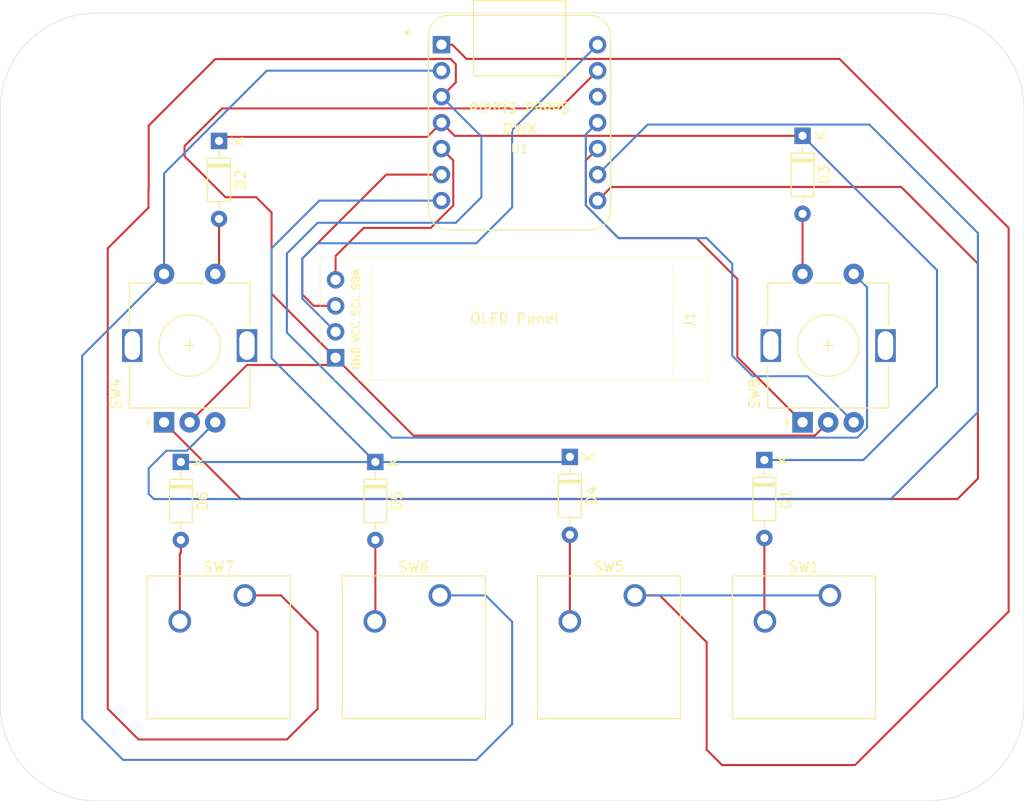
<source format=kicad_pcb>
(kicad_pcb (version 20240108) (generator "pcbnew") (generator_version "8.0")
  (layers (0 "F.Cu" signal) (31 "B.Cu" signal) (34 "B.Paste" user) (35 "F.Paste" user) (36 "B.SilkS" user "B.Silkscreen") (37 "F.SilkS" user "F.Silkscreen") (38 "B.Mask" user) (39 "F.Mask" user) (44 "Edge.Cuts" user))
  (net 0 "")
  (net 1 "ROW0")
  (net 2 "Net-(D1-A)")
  (net 3 "ROTSW2")
  (net 4 "ROTBS2")
  (net 5 "ROW1")
  (net 6 "Net-(D4-A)")
  (net 7 "Net-(D5-A)")
  (net 8 "Net-(D6-A)")
  (net 9 "GND")
  (net 10 "SDA")
  (net 11 "VCC")
  (net 12 "SCL")
  (net 13 "COL0")
  (net 14 "COL1")
  (net 15 "ROTSWA")
  (net 16 "ROTSWB")
  (net 17 "COL2")
  (net 18 "ROTA1")
  (net 19 "ROTB1")
  (footprint "Library:SW_Cherry_MX_1.00u_PCB" (layer "F.Cu") (at 181.04 129.92)
    (property "Reference" "SW1" (at -2.54 -2.794 0) (layer "F.SilkS"))
    (property "Value" "SW_Push_45deg")
    (fp_line (start -9.525 -1.905) (end 4.445 -1.905) (stroke (width 0.12)) (layer "F.SilkS"))
    (fp_line (start -9.525 12.065) (end -9.525 -1.905) (stroke (width 0.12)) (layer "F.SilkS"))
    (fp_line (start 4.445 -1.905) (end 4.445 12.065) (stroke (width 0.12)) (layer "F.SilkS"))
    (fp_line (start 4.445 12.065) (end -9.525 12.065) (stroke (width 0.12)) (layer "F.SilkS"))
    (pad "" np_thru_hole circle (at -7.62 5.08) (size 1.7 1.7) (drill 1.7) (layers "*.Cu" "*.Mask"))
    (pad "" np_thru_hole circle (at -2.54 5.08) (size 4 4) (drill 4) (layers "*.Cu" "*.Mask"))
    (pad "" np_thru_hole circle (at 2.54 5.08) (size 1.7 1.7) (drill 1.7) (layers "*.Cu" "*.Mask"))
    (pad "1" thru_hole circle (at 0 0) (size 2.2 2.2) (drill 1.5) (layers "*.Cu" "*.Mask") (net 13 "COL0"))
    (pad "2" thru_hole circle (at -6.35 2.54) (size 2.2 2.2) (drill 1.5) (layers "*.Cu" "*.Mask") (net 2 "Net-(D1-A)"))
  )
  (footprint "Library:SSD1306-0.91-OLED-4pin-128x32" (layer "F.Cu") (at 169.255 108.885 180)
    (property "Reference" "J1" (at 1.9 5.91 90) (layer "F.SilkS"))
    (property "Value" "Conn_01x04")
    (fp_line (start 38 12) (end 38 0) (stroke (width 0.04)) (layer "F.SilkS"))
    (fp_line (start 38 0) (end 0 0) (stroke (width 0.04)) (layer "F.SilkS"))
    (fp_line (start 33 0) (end 33 12) (stroke (width 0.04)) (layer "F.SilkS"))
    (fp_line (start 3.5 0) (end 3.5 12) (stroke (width 0.04)) (layer "F.SilkS"))
    (fp_line (start 0 11.999999) (end 38 12) (stroke (width 0.04)) (layer "F.SilkS"))
    (fp_line (start 0 0) (end 0 11.999999) (stroke (width 0.04)) (layer "F.SilkS"))
    (fp_text user "SCL" (at 34.5 7.27 90) (layer "F.SilkS") (effects (font (size 0.75 0.75))))
    (fp_text user "GND" (at 34.5 2.19 90) (layer "F.SilkS") (effects (font (size 0.75 0.75))))
    (fp_text user "VCC" (at 34.5 4.73 90) (layer "F.SilkS") (effects (font (size 0.75 0.75))))
    (fp_text user "SDA" (at 34.499999 9.81 90) (layer "F.SilkS") (effects (font (size 0.75 0.75))))
    (fp_text user "OLED Panel" (at 19 6 0) (layer "F.SilkS"))
    (pad "1" thru_hole rect (at 36.5 2.19 180) (size 1.7 1.7) (drill 1) (layers "*.Cu" "*.Mask") (net 9 "GND"))
    (pad "2" thru_hole oval (at 36.5 4.730001 180) (size 1.7 1.7) (drill 1) (layers "*.Cu" "*.Mask") (net 11 "VCC"))
    (pad "3" thru_hole oval (at 36.5 7.27 180) (size 1.7 1.7) (drill 1) (layers "*.Cu" "*.Mask") (net 12 "SCL"))
    (pad "4" thru_hole oval (at 36.5 9.81 180) (size 1.7 1.7) (drill 1) (layers "*.Cu" "*.Mask") (net 10 "SDA"))
  )
  (footprint "Library:RotaryEncoder_Alps_EC11E-Switch_Vertical_H20mm" (layer "F.Cu") (at 178.37 113 90)
    (property "Reference" "SW8" (at 2.8 -4.7 90) (layer "F.SilkS"))
    (property "Value" "RotaryEncoder_Switch")
    (fp_line (start 13.6 -3.4) (end 13.6 -1) (stroke (width 0.12)) (layer "F.SilkS"))
    (fp_line (start 9.5 -3.4) (end 13.6 -3.4) (stroke (width 0.12)) (layer "F.SilkS"))
    (fp_line (start 5.5 -3.4) (end 1.4 -3.4) (stroke (width 0.12)) (layer "F.SilkS"))
    (fp_line (start 1.4 -3.4) (end 1.4 8.4) (stroke (width 0.12)) (layer "F.SilkS"))
    (fp_line (start 0.3 -1.6) (end 0 -1.3) (stroke (width 0.12)) (layer "F.SilkS"))
    (fp_line (start -0.3 -1.6) (end 0.3 -1.6) (stroke (width 0.12)) (layer "F.SilkS"))
    (fp_line (start 0 -1.3) (end -0.3 -1.6) (stroke (width 0.12)) (layer "F.SilkS"))
    (fp_line (start 13.6 1.2) (end 13.6 3.8) (stroke (width 0.12)) (layer "F.SilkS"))
    (fp_line (start 7.5 2) (end 7.5 3) (stroke (width 0.12)) (layer "F.SilkS"))
    (fp_line (start 7 2.5) (end 8 2.5) (stroke (width 0.12)) (layer "F.SilkS"))
    (fp_line (start 13.6 6) (end 13.6 8.4) (stroke (width 0.12)) (layer "F.SilkS"))
    (fp_line (start 13.6 8.4) (end 9.5 8.4) (stroke (width 0.12)) (layer "F.SilkS"))
    (fp_line (start 5.5 8.4) (end 1.4 8.4) (stroke (width 0.12)) (layer "F.SilkS"))
    (fp_circle (center 7.5 2.5) (end 10.5 2.5) (stroke (width 0.12)) (fill none) (layer "F.SilkS"))
    (pad "A" thru_hole rect (at 0 0 90) (size 2 2) (drill 1) (layers "*.Cu" "*.Mask") (net 18 "ROTA1"))
    (pad "B" thru_hole circle (at 0 5 90) (size 2 2) (drill 1) (layers "*.Cu" "*.Mask") (net 19 "ROTB1"))
    (pad "C" thru_hole circle (at 0 2.5 90) (size 2 2) (drill 1) (layers "*.Cu" "*.Mask") (net 9 "GND"))
    (pad "MP" thru_hole rect (at 7.5 -3.1 90) (size 3.2 2) (drill oval 2.8 1.5) (layers "*.Cu" "*.Mask"))
    (pad "MP" thru_hole rect (at 7.5 8.1 90) (size 3.2 2) (drill oval 2.8 1.5) (layers "*.Cu" "*.Mask"))
    (pad "S1" thru_hole circle (at 14.5 5 90) (size 2 2) (drill 1) (layers "*.Cu" "*.Mask") (net 17 "COL2"))
    (pad "S2" thru_hole circle (at 14.5 0 90) (size 2 2) (drill 1) (layers "*.Cu" "*.Mask") (net 4 "ROTBS2"))
  )
  (footprint "Library:D_DO-35_SOD27_P7.62mm_Horizontal" (layer "F.Cu") (at 155.64 116.38 -90)
    (property "Reference" "D4" (at 3.81 -2.12 90) (layer "F.SilkS"))
    (property "Value" "D")
    (fp_line (start 1.69 1.12) (end 5.93 1.12) (stroke (width 0.12)) (layer "F.SilkS"))
    (fp_line (start 5.93 1.12) (end 5.93 -1.12) (stroke (width 0.12)) (layer "F.SilkS"))
    (fp_line (start 1.04 0) (end 1.69 0) (stroke (width 0.12)) (layer "F.SilkS"))
    (fp_line (start 6.58 0) (end 5.93 0) (stroke (width 0.12)) (layer "F.SilkS"))
    (fp_line (start 1.69 -1.12) (end 1.69 1.12) (stroke (width 0.12)) (layer "F.SilkS"))
    (fp_line (start 2.29 -1.12) (end 2.29 1.12) (stroke (width 0.12)) (layer "F.SilkS"))
    (fp_line (start 2.41 -1.12) (end 2.41 1.12) (stroke (width 0.12)) (layer "F.SilkS"))
    (fp_line (start 2.53 -1.12) (end 2.53 1.12) (stroke (width 0.12)) (layer "F.SilkS"))
    (fp_line (start 5.93 -1.12) (end 1.69 -1.12) (stroke (width 0.12)) (layer "F.SilkS"))
    (fp_text user "K" (at 0 -1.8 90) (layer "F.SilkS"))
    (pad "1" thru_hole rect (at 0 0 90) (size 1.6 1.6) (drill 0.8) (layers "*.Cu" "*.Mask") (net 5 "ROW1"))
    (pad "2" thru_hole oval (at 7.62 0 90) (size 1.6 1.6) (drill 0.8) (layers "*.Cu" "*.Mask") (net 6 "Net-(D4-A)"))
  )
  (footprint "Library:D_DO-35_SOD27_P7.62mm_Horizontal" (layer "F.Cu") (at 136.64 116.88 -90)
    (property "Reference" "D5" (at 3.81 -2.12 90) (layer "F.SilkS"))
    (property "Value" "D")
    (fp_line (start 1.69 1.12) (end 5.93 1.12) (stroke (width 0.12)) (layer "F.SilkS"))
    (fp_line (start 5.93 1.12) (end 5.93 -1.12) (stroke (width 0.12)) (layer "F.SilkS"))
    (fp_line (start 1.04 0) (end 1.69 0) (stroke (width 0.12)) (layer "F.SilkS"))
    (fp_line (start 6.58 0) (end 5.93 0) (stroke (width 0.12)) (layer "F.SilkS"))
    (fp_line (start 1.69 -1.12) (end 1.69 1.12) (stroke (width 0.12)) (layer "F.SilkS"))
    (fp_line (start 2.29 -1.12) (end 2.29 1.12) (stroke (width 0.12)) (layer "F.SilkS"))
    (fp_line (start 2.41 -1.12) (end 2.41 1.12) (stroke (width 0.12)) (layer "F.SilkS"))
    (fp_line (start 2.53 -1.12) (end 2.53 1.12) (stroke (width 0.12)) (layer "F.SilkS"))
    (fp_line (start 5.93 -1.12) (end 1.69 -1.12) (stroke (width 0.12)) (layer "F.SilkS"))
    (fp_text user "K" (at 0 -1.8 90) (layer "F.SilkS"))
    (pad "1" thru_hole rect (at 0 0 90) (size 1.6 1.6) (drill 0.8) (layers "*.Cu" "*.Mask") (net 5 "ROW1"))
    (pad "2" thru_hole oval (at 7.62 0 90) (size 1.6 1.6) (drill 0.8) (layers "*.Cu" "*.Mask") (net 7 "Net-(D5-A)"))
  )
  (footprint "Library:D_DO-35_SOD27_P7.62mm_Horizontal" (layer "F.Cu") (at 121.37 85.5 -90)
    (property "Reference" "D2" (at 3.81 -2.12 90) (layer "F.SilkS"))
    (property "Value" "D")
    (fp_line (start 1.69 1.12) (end 5.93 1.12) (stroke (width 0.12)) (layer "F.SilkS"))
    (fp_line (start 5.93 1.12) (end 5.93 -1.12) (stroke (width 0.12)) (layer "F.SilkS"))
    (fp_line (start 1.04 0) (end 1.69 0) (stroke (width 0.12)) (layer "F.SilkS"))
    (fp_line (start 6.58 0) (end 5.93 0) (stroke (width 0.12)) (layer "F.SilkS"))
    (fp_line (start 1.69 -1.12) (end 1.69 1.12) (stroke (width 0.12)) (layer "F.SilkS"))
    (fp_line (start 2.29 -1.12) (end 2.29 1.12) (stroke (width 0.12)) (layer "F.SilkS"))
    (fp_line (start 2.41 -1.12) (end 2.41 1.12) (stroke (width 0.12)) (layer "F.SilkS"))
    (fp_line (start 2.53 -1.12) (end 2.53 1.12) (stroke (width 0.12)) (layer "F.SilkS"))
    (fp_line (start 5.93 -1.12) (end 1.69 -1.12) (stroke (width 0.12)) (layer "F.SilkS"))
    (fp_text user "K" (at 0 -1.8 90) (layer "F.SilkS"))
    (pad "1" thru_hole rect (at 0 0 90) (size 1.6 1.6) (drill 0.8) (layers "*.Cu" "*.Mask") (net 1 "ROW0"))
    (pad "2" thru_hole oval (at 7.62 0 90) (size 1.6 1.6) (drill 0.8) (layers "*.Cu" "*.Mask") (net 3 "ROTSW2"))
  )
  (footprint "Library:XIAO-Generic-Thruhole-14P-2.54-21X17.8MM" (layer "F.Cu") (at 150.72475 83.712015)
    (property "Reference" "U1" (at 0 2.54 0) (layer "F.SilkS") (effects (font (size 0.889 0.889) (thickness 0.1016))))
    (property "Value" "Seeed Studio XIAO SAMD21" (hide yes))
    (fp_line (start -8.9 -8.5) (end -8.9 8.5) (stroke (width 0.127)) (layer "F.SilkS"))
    (fp_line (start -6.9 10.5) (end 6.9 10.5) (stroke (width 0.127)) (layer "F.SilkS"))
    (fp_line (start -4.5 -11.92403) (end 4.5 -11.92403) (stroke (width 0.127)) (layer "F.SilkS"))
    (fp_line (start -4.5 -4.57073) (end -4.5 -11.92403) (stroke (width 0.127)) (layer "F.SilkS"))
    (fp_line (start 4.5 -11.92403) (end 4.5 -4.57073) (stroke (width 0.127)) (layer "F.SilkS"))
    (fp_line (start 4.5 -4.57073) (end -4.5 -4.57073) (stroke (width 0.127)) (layer "F.SilkS"))
    (fp_line (start 6.9 -10.49909) (end -6.9 -10.49909) (stroke (width 0.127)) (layer "F.SilkS"))
    (fp_line (start 8.9 8.5) (end 8.9 -8.5) (stroke (width 0.127)) (layer "F.SilkS"))
    (fp_arc (start -8.9 -8.5) (mid -8.301491 -9.901491) (end -6.9 -10.5) (stroke (width 0.12)) (layer "F.SilkS"))
    (fp_arc (start -6.9 10.5) (mid -8.301423 9.901423) (end -8.9 8.5) (stroke (width 0.12)) (layer "F.SilkS"))
    (fp_arc (start 6.9 -10.5) (mid 8.301494 -9.901494) (end 8.9 -8.5) (stroke (width 0.12)) (layer "F.SilkS"))
    (fp_arc (start 8.9 8.5) (mid 8.314214 9.914214) (end 6.9 10.5) (stroke (width 0.12)) (layer "F.SilkS"))
    (fp_circle (center -11 -8.8) (end -11 -9.054) (fill solid) (layer "F.SilkS"))
    (fp_poly (pts (xy -8.887715 -8.561705) (xy -8.884667 -8.610473) (xy -8.880604 -8.659494)) (stroke (width 0.0254)) (fill none) (layer "F.SilkS"))
    (fp_poly (pts (xy 8.889492 8.521574) (xy 8.887713 8.57085) (xy 8.884665 8.619618) (xy 8.880601 8.668639) (xy 8.875268 8.717407) (xy 8.868664 8.766175) (xy 8.861044 8.81469) (xy 8.852152 8.86295) (xy 8.842248 8.910955)) (stroke (width 0.0254)) (fill none) (layer "F.SilkS"))
    (fp_text user "Seeed Studio" (at 0 -1.5 180) (layer "F.SilkS"))
    (fp_text user "XIAO" (at 0 0.499999 180) (layer "F.SilkS"))
    (pad "1" thru_hole rect (at -7.625 -7.62 180) (size 1.7 1.7) (drill 1) (layers "*.Cu" "*.Mask") (net 13 "COL0"))
    (pad "2" thru_hole circle (at -7.625 -5.08 180) (size 1.7 1.7) (drill 1) (layers "*.Cu" "*.Mask") (net 14 "COL1"))
    (pad "3" thru_hole circle (at -7.625 -2.54 180) (size 1.7 1.7) (drill 1) (layers "*.Cu" "*.Mask") (net 17 "COL2"))
    (pad "4" thru_hole circle (at -7.625 0 180) (size 1.7 1.7) (drill 1) (layers "*.Cu" "*.Mask") (net 1 "ROW0"))
    (pad "5" thru_hole circle (at -7.625 2.54 180) (size 1.7 1.7) (drill 1) (layers "*.Cu" "*.Mask") (net 10 "SDA"))
    (pad "6" thru_hole circle (at -7.625 5.08) (size 1.7 1.7) (drill 1) (layers "*.Cu" "*.Mask") (net 12 "SCL"))
    (pad "7" thru_hole circle (at -7.625 7.62 180) (size 1.7 1.7) (drill 1) (layers "*.Cu" "*.Mask") (net 5 "ROW1"))
    (pad "8" thru_hole circle (at 7.625 7.62 180) (size 1.7 1.7) (drill 1) (layers "*.Cu" "*.Mask") (net 16 "ROTSWB"))
    (pad "9" thru_hole circle (at 7.625 5.08 180) (size 1.7 1.7) (drill 1) (layers "*.Cu" "*.Mask") (net 15 "ROTSWA"))
    (pad "10" thru_hole circle (at 7.625 2.54 180) (size 1.7 1.7) (drill 1) (layers "*.Cu" "*.Mask") (net 18 "ROTA1"))
    (pad "11" thru_hole circle (at 7.625 0 180) (size 1.7 1.7) (drill 1) (layers "*.Cu" "*.Mask") (net 19 "ROTB1"))
    (pad "12" thru_hole circle (at 7.625 -2.54 180) (size 1.7 1.7) (drill 1) (layers "*.Cu" "*.Mask"))
    (pad "13" thru_hole circle (at 7.625 -5.08 180) (size 1.7 1.7) (drill 1) (layers "*.Cu" "*.Mask") (net 9 "GND"))
    (pad "14" thru_hole circle (at 7.625 -7.62 180) (size 1.7 1.7) (drill 1) (layers "*.Cu" "*.Mask") (net 11 "VCC"))
  )
  (footprint "Library:SW_Cherry_MX_1.00u_PCB" (layer "F.Cu") (at 161.99 129.92)
    (property "Reference" "SW5" (at -2.54 -2.794 0) (layer "F.SilkS"))
    (property "Value" "SW_Push_45deg")
    (fp_line (start -9.525 -1.905) (end 4.445 -1.905) (stroke (width 0.12)) (layer "F.SilkS"))
    (fp_line (start -9.525 12.065) (end -9.525 -1.905) (stroke (width 0.12)) (layer "F.SilkS"))
    (fp_line (start 4.445 -1.905) (end 4.445 12.065) (stroke (width 0.12)) (layer "F.SilkS"))
    (fp_line (start 4.445 12.065) (end -9.525 12.065) (stroke (width 0.12)) (layer "F.SilkS"))
    (pad "" np_thru_hole circle (at -7.62 5.08) (size 1.7 1.7) (drill 1.7) (layers "*.Cu" "*.Mask"))
    (pad "" np_thru_hole circle (at -2.54 5.08) (size 4 4) (drill 4) (layers "*.Cu" "*.Mask"))
    (pad "" np_thru_hole circle (at 2.54 5.08) (size 1.7 1.7) (drill 1.7) (layers "*.Cu" "*.Mask"))
    (pad "1" thru_hole circle (at 0 0) (size 2.2 2.2) (drill 1.5) (layers "*.Cu" "*.Mask") (net 13 "COL0"))
    (pad "2" thru_hole circle (at -6.35 2.54) (size 2.2 2.2) (drill 1.5) (layers "*.Cu" "*.Mask") (net 6 "Net-(D4-A)"))
  )
  (footprint "Library:D_DO-35_SOD27_P7.62mm_Horizontal" (layer "F.Cu") (at 178.37 85 -90)
    (property "Reference" "D3" (at 3.81 -2.12 90) (layer "F.SilkS"))
    (property "Value" "D")
    (fp_line (start 1.69 1.12) (end 5.93 1.12) (stroke (width 0.12)) (layer "F.SilkS"))
    (fp_line (start 5.93 1.12) (end 5.93 -1.12) (stroke (width 0.12)) (layer "F.SilkS"))
    (fp_line (start 1.04 0) (end 1.69 0) (stroke (width 0.12)) (layer "F.SilkS"))
    (fp_line (start 6.58 0) (end 5.93 0) (stroke (width 0.12)) (layer "F.SilkS"))
    (fp_line (start 1.69 -1.12) (end 1.69 1.12) (stroke (width 0.12)) (layer "F.SilkS"))
    (fp_line (start 2.29 -1.12) (end 2.29 1.12) (stroke (width 0.12)) (layer "F.SilkS"))
    (fp_line (start 2.41 -1.12) (end 2.41 1.12) (stroke (width 0.12)) (layer "F.SilkS"))
    (fp_line (start 2.53 -1.12) (end 2.53 1.12) (stroke (width 0.12)) (layer "F.SilkS"))
    (fp_line (start 5.93 -1.12) (end 1.69 -1.12) (stroke (width 0.12)) (layer "F.SilkS"))
    (fp_text user "K" (at 0 -1.8 90) (layer "F.SilkS"))
    (pad "1" thru_hole rect (at 0 0 90) (size 1.6 1.6) (drill 0.8) (layers "*.Cu" "*.Mask") (net 1 "ROW0"))
    (pad "2" thru_hole oval (at 7.62 0 90) (size 1.6 1.6) (drill 0.8) (layers "*.Cu" "*.Mask") (net 4 "ROTBS2"))
  )
  (footprint "Library:SW_Cherry_MX_1.00u_PCB" (layer "F.Cu") (at 123.89 129.92)
    (property "Reference" "SW7" (at -2.54 -2.794 0) (layer "F.SilkS"))
    (property "Value" "SW_Push_45deg")
    (fp_line (start -9.525 -1.905) (end 4.445 -1.905) (stroke (width 0.12)) (layer "F.SilkS"))
    (fp_line (start -9.525 12.065) (end -9.525 -1.905) (stroke (width 0.12)) (layer "F.SilkS"))
    (fp_line (start 4.445 -1.905) (end 4.445 12.065) (stroke (width 0.12)) (layer "F.SilkS"))
    (fp_line (start 4.445 12.065) (end -9.525 12.065) (stroke (width 0.12)) (layer "F.SilkS"))
    (pad "" np_thru_hole circle (at -7.62 5.08) (size 1.7 1.7) (drill 1.7) (layers "*.Cu" "*.Mask"))
    (pad "" np_thru_hole circle (at -2.54 5.08) (size 4 4) (drill 4) (layers "*.Cu" "*.Mask"))
    (pad "" np_thru_hole circle (at 2.54 5.08) (size 1.7 1.7) (drill 1.7) (layers "*.Cu" "*.Mask"))
    (pad "1" thru_hole circle (at 0 0) (size 2.2 2.2) (drill 1.5) (layers "*.Cu" "*.Mask") (net 17 "COL2"))
    (pad "2" thru_hole circle (at -6.35 2.54) (size 2.2 2.2) (drill 1.5) (layers "*.Cu" "*.Mask") (net 8 "Net-(D6-A)"))
  )
  (footprint "Library:RotaryEncoder_Alps_EC11E-Switch_Vertical_H20mm" (layer "F.Cu") (at 116 113 90)
    (property "Reference" "SW4" (at 2.8 -4.7 90) (layer "F.SilkS"))
    (property "Value" "RotaryEncoder_Switch" (hide yes))
    (fp_line (start 13.6 -3.4) (end 13.6 -1) (stroke (width 0.12)) (layer "F.SilkS"))
    (fp_line (start 9.5 -3.4) (end 13.6 -3.4) (stroke (width 0.12)) (layer "F.SilkS"))
    (fp_line (start 5.5 -3.4) (end 1.4 -3.4) (stroke (width 0.12)) (layer "F.SilkS"))
    (fp_line (start 1.4 -3.4) (end 1.4 8.4) (stroke (width 0.12)) (layer "F.SilkS"))
    (fp_line (start 0.3 -1.6) (end 0 -1.3) (stroke (width 0.12)) (layer "F.SilkS"))
    (fp_line (start -0.3 -1.6) (end 0.3 -1.6) (stroke (width 0.12)) (layer "F.SilkS"))
    (fp_line (start 0 -1.3) (end -0.3 -1.6) (stroke (width 0.12)) (layer "F.SilkS"))
    (fp_line (start 13.6 1.2) (end 13.6 3.8) (stroke (width 0.12)) (layer "F.SilkS"))
    (fp_line (start 7.5 2) (end 7.5 3) (stroke (width 0.12)) (layer "F.SilkS"))
    (fp_line (start 7 2.5) (end 8 2.5) (stroke (width 0.12)) (layer "F.SilkS"))
    (fp_line (start 13.6 6) (end 13.6 8.4) (stroke (width 0.12)) (layer "F.SilkS"))
    (fp_line (start 13.6 8.4) (end 9.5 8.4) (stroke (width 0.12)) (layer "F.SilkS"))
    (fp_line (start 5.5 8.4) (end 1.4 8.4) (stroke (width 0.12)) (layer "F.SilkS"))
    (fp_circle (center 7.5 2.5) (end 10.5 2.5) (stroke (width 0.12)) (fill none) (layer "F.SilkS"))
    (pad "A" thru_hole rect (at 0 0 90) (size 2 2) (drill 1) (layers "*.Cu" "*.Mask") (net 16 "ROTSWB"))
    (pad "B" thru_hole circle (at 0 5 90) (size 2 2) (drill 1) (layers "*.Cu" "*.Mask") (net 15 "ROTSWA"))
    (pad "C" thru_hole circle (at 0 2.5 90) (size 2 2) (drill 1) (layers "*.Cu" "*.Mask") (net 9 "GND"))
    (pad "MP" thru_hole rect (at 7.5 -3.1 90) (size 3.2 2) (drill oval 2.8 1.5) (layers "*.Cu" "*.Mask"))
    (pad "MP" thru_hole rect (at 7.5 8.1 90) (size 3.2 2) (drill oval 2.8 1.5) (layers "*.Cu" "*.Mask"))
    (pad "S1" thru_hole circle (at 14.5 5 90) (size 2 2) (drill 1) (layers "*.Cu" "*.Mask") (net 3 "ROTSW2"))
    (pad "S2" thru_hole circle (at 14.5 0 90) (size 2 2) (drill 1) (layers "*.Cu" "*.Mask") (net 14 "COL1"))
  )
  (footprint "Library:D_DO-35_SOD27_P7.62mm_Horizontal" (layer "F.Cu") (at 117.64 116.88 -90)
    (property "Reference" "D6" (at 3.81 -2.12 90) (layer "F.SilkS"))
    (property "Value" "D")
    (fp_line (start 1.69 1.12) (end 5.93 1.12) (stroke (width 0.12)) (layer "F.SilkS"))
    (fp_line (start 5.93 1.12) (end 5.93 -1.12) (stroke (width 0.12)) (layer "F.SilkS"))
    (fp_line (start 1.04 0) (end 1.69 0) (stroke (width 0.12)) (layer "F.SilkS"))
    (fp_line (start 6.58 0) (end 5.93 0) (stroke (width 0.12)) (layer "F.SilkS"))
    (fp_line (start 1.69 -1.12) (end 1.69 1.12) (stroke (width 0.12)) (layer "F.SilkS"))
    (fp_line (start 2.29 -1.12) (end 2.29 1.12) (stroke (width 0.12)) (layer "F.SilkS"))
    (fp_line (start 2.41 -1.12) (end 2.41 1.12) (stroke (width 0.12)) (layer "F.SilkS"))
    (fp_line (start 2.53 -1.12) (end 2.53 1.12) (stroke (width 0.12)) (layer "F.SilkS"))
    (fp_line (start 5.93 -1.12) (end 1.69 -1.12) (stroke (width 0.12)) (layer "F.SilkS"))
    (fp_text user "K" (at 0 -1.8 90) (layer "F.SilkS"))
    (pad "1" thru_hole rect (at 0 0 90) (size 1.6 1.6) (drill 0.8) (layers "*.Cu" "*.Mask") (net 5 "ROW1"))
    (pad "2" thru_hole oval (at 7.62 0 90) (size 1.6 1.6) (drill 0.8) (layers "*.Cu" "*.Mask") (net 8 "Net-(D6-A)"))
  )
  (footprint "Library:D_DO-35_SOD27_P7.62mm_Horizontal" (layer "F.Cu") (at 174.64 116.69 -90)
    (property "Reference" "D1" (at 3.81 -2.12 90) (layer "F.SilkS"))
    (property "Value" "D")
    (fp_line (start 1.69 1.12) (end 5.93 1.12) (stroke (width 0.12)) (layer "F.SilkS"))
    (fp_line (start 5.93 1.12) (end 5.93 -1.12) (stroke (width 0.12)) (layer "F.SilkS"))
    (fp_line (start 1.04 0) (end 1.69 0) (stroke (width 0.12)) (layer "F.SilkS"))
    (fp_line (start 6.58 0) (end 5.93 0) (stroke (width 0.12)) (layer "F.SilkS"))
    (fp_line (start 1.69 -1.12) (end 1.69 1.12) (stroke (width 0.12)) (layer "F.SilkS"))
    (fp_line (start 2.29 -1.12) (end 2.29 1.12) (stroke (width 0.12)) (layer "F.SilkS"))
    (fp_line (start 2.41 -1.12) (end 2.41 1.12) (stroke (width 0.12)) (layer "F.SilkS"))
    (fp_line (start 2.53 -1.12) (end 2.53 1.12) (stroke (width 0.12)) (layer "F.SilkS"))
    (fp_line (start 5.93 -1.12) (end 1.69 -1.12) (stroke (width 0.12)) (layer "F.SilkS"))
    (fp_text user "K" (at 0 -1.8 90) (layer "F.SilkS"))
    (pad "1" thru_hole rect (at 0 0 90) (size 1.6 1.6) (drill 0.8) (layers "*.Cu" "*.Mask") (net 1 "ROW0"))
    (pad "2" thru_hole oval (at 7.62 0 90) (size 1.6 1.6) (drill 0.8) (layers "*.Cu" "*.Mask") (net 2 "Net-(D1-A)"))
  )
  (footprint "Library:SW_Cherry_MX_1.00u_PCB" (layer "F.Cu") (at 142.94 129.92)
    (property "Reference" "SW6" (at -2.54 -2.794 0) (layer "F.SilkS"))
    (property "Value" "SW_Push_45deg")
    (fp_line (start -9.525 -1.905) (end 4.445 -1.905) (stroke (width 0.12)) (layer "F.SilkS"))
    (fp_line (start -9.525 12.065) (end -9.525 -1.905) (stroke (width 0.12)) (layer "F.SilkS"))
    (fp_line (start 4.445 -1.905) (end 4.445 12.065) (stroke (width 0.12)) (layer "F.SilkS"))
    (fp_line (start 4.445 12.065) (end -9.525 12.065) (stroke (width 0.12)) (layer "F.SilkS"))
    (pad "" np_thru_hole circle (at -7.62 5.08) (size 1.7 1.7) (drill 1.7) (layers "*.Cu" "*.Mask"))
    (pad "" np_thru_hole circle (at -2.54 5.08) (size 4 4) (drill 4) (layers "*.Cu" "*.Mask"))
    (pad "" np_thru_hole circle (at 2.54 5.08) (size 1.7 1.7) (drill 1.7) (layers "*.Cu" "*.Mask"))
    (pad "1" thru_hole circle (at 0 0) (size 2.2 2.2) (drill 1.5) (layers "*.Cu" "*.Mask") (net 14 "COL1"))
    (pad "2" thru_hole circle (at -6.35 2.54) (size 2.2 2.2) (drill 1.5) (layers "*.Cu" "*.Mask") (net 7 "Net-(D5-A)"))
  )
  (gr_line (start 100 140.58) (end 100 82.42) (stroke (width 0.05)) (layer "Edge.Cuts"))
  (gr_arc (start 200 140.58) (mid 197.240946 147.240946) (end 190.58 150) (stroke (width 0.05)) (layer "Edge.Cuts"))
  (gr_arc (start 109.42 150) (mid 102.759054 147.240946) (end 100 140.58) (stroke (width 0.05)) (layer "Edge.Cuts"))
  (gr_arc (start 100 82.42) (mid 102.759054 75.759054) (end 109.42 73) (stroke (width 0.05)) (layer "Edge.Cuts"))
  (gr_line (start 190.58 150) (end 109.42 150) (stroke (width 0.05)) (layer "Edge.Cuts"))
  (gr_line (start 200 82.42) (end 200 140.58) (stroke (width 0.05)) (layer "Edge.Cuts"))
  (gr_line (start 109.42 73) (end 190.58 73) (stroke (width 0.05)) (layer "Edge.Cuts"))
  (gr_arc (start 190.58 73) (mid 197.240946 75.759054) (end 200 82.42) (stroke (width 0.05)) (layer "Edge.Cuts"))
  (segment (start 178.37 85) (end 144.387735 85) (width 0.2) (layer "F.Cu") (net 1))
  (segment (start 144.387735 85) (end 143.09975 83.712015) (width 0.2) (layer "F.Cu") (net 1))
  (segment (start 121.37 85.5) (end 121.767985 85.102015) (width 0.2) (layer "F.Cu") (net 1))
  (segment (start 121.767985 85.102015) (end 141.70975 85.102015) (width 0.2) (layer "F.Cu") (net 1))
  (segment (start 141.70975 85.102015) (end 143.09975 83.712015) (width 0.2) (layer "F.Cu") (net 1))
  (segment (start 174.64 116.69) (end 184.31 116.69) (width 0.2) (layer "B.Cu") (net 1))
  (segment (start 184.31 116.69) (end 191.5 109.5) (width 0.2) (layer "B.Cu") (net 1))
  (segment (start 191.5 109.5) (end 191.5 98.13) (width 0.2) (layer "B.Cu") (net 1))
  (segment (start 191.5 98.13) (end 178.37 85) (width 0.2) (layer "B.Cu") (net 1))
  (segment (start 174.64 132.41) (end 174.69 132.46) (width 0.2) (layer "F.Cu") (net 2))
  (segment (start 174.64 124.31) (end 174.64 132.41) (width 0.2) (layer "F.Cu") (net 2))
  (segment (start 174.64 132.41) (end 174.69 132.46) (width 0.2) (layer "B.Cu") (net 2))
  (segment (start 121.37 93.12) (end 121.37 98.5) (width 0.2) (layer "F.Cu") (net 3))
  (segment (start 178.37 92.62) (end 178.37 98.5) (width 0.2) (layer "F.Cu") (net 4))
  (segment (start 136.64 116.88) (end 126.5 106.74) (width 0.2) (layer "B.Cu") (net 5))
  (segment (start 131.167985 91.332015) (end 143.09975 91.332015) (width 0.2) (layer "B.Cu") (net 5))
  (segment (start 126.5 96) (end 131.167985 91.332015) (width 0.2) (layer "B.Cu") (net 5))
  (segment (start 126.5 106.74) (end 126.5 96) (width 0.2) (layer "B.Cu") (net 5))
  (segment (start 136.64 116.88) (end 155.14 116.88) (width 0.2) (layer "B.Cu") (net 5))
  (segment (start 155.14 116.88) (end 155.64 116.38) (width 0.2) (layer "B.Cu") (net 5))
  (segment (start 117.64 116.88) (end 136.64 116.88) (width 0.2) (layer "B.Cu") (net 5))
  (segment (start 155.64 124) (end 155.64 132.46) (width 0.2) (layer "F.Cu") (net 6))
  (segment (start 136.64 124.5) (end 136.64 132.41) (width 0.2) (layer "F.Cu") (net 7))
  (segment (start 136.64 132.41) (end 136.59 132.46) (width 0.2) (layer "F.Cu") (net 7))
  (segment (start 136.64 132.41) (end 136.59 132.46) (width 0.2) (layer "B.Cu") (net 7))
  (segment (start 117.64 124.5) (end 117.64 125.77) (width 0.2) (layer "F.Cu") (net 8))
  (segment (start 117.54 125.87) (end 117.54 132.46) (width 0.2) (layer "F.Cu") (net 8))
  (segment (start 117.64 125.77) (end 117.54 125.87) (width 0.2) (layer "F.Cu") (net 8))
  (segment (start 117.64 132.36) (end 117.54 132.46) (width 0.2) (layer "B.Cu") (net 8))
  (segment (start 126.5 92.5) (end 125 91) (width 0.2) (layer "F.Cu") (net 9))
  (segment (start 132.755 106.695) (end 132.05 107.4) (width 0.2) (layer "F.Cu") (net 9))
  (segment (start 121.677985 82.322015) (end 154.65975 82.322015) (width 0.2) (layer "F.Cu") (net 9))
  (segment (start 118 87) (end 118 86) (width 0.2) (layer "F.Cu") (net 9))
  (segment (start 132.05 107.4) (end 124.1 107.4) (width 0.2) (layer "F.Cu") (net 9))
  (segment (start 140.36 114.3) (end 179.57 114.3) (width 0.2) (layer "F.Cu") (net 9))
  (segment (start 125 91) (end 122 91) (width 0.2) (layer "F.Cu") (net 9))
  (segment (start 132.755 106.695) (end 126.5 100.44) (width 0.2) (layer "F.Cu") (net 9))
  (segment (start 118 86) (end 121.677985 82.322015) (width 0.2) (layer "F.Cu") (net 9))
  (segment (start 154.65975 82.322015) (end 158.34975 78.632015) (width 0.2) (layer "F.Cu") (net 9))
  (segment (start 126.5 100.44) (end 126.5 92.5) (width 0.2) (layer "F.Cu") (net 9))
  (segment (start 124.1 107.4) (end 118.5 113) (width 0.2) (layer "F.Cu") (net 9))
  (segment (start 122 91) (end 118 87) (width 0.2) (layer "F.Cu") (net 9))
  (segment (start 179.57 114.3) (end 180.87 113) (width 0.2) (layer "F.Cu") (net 9))
  (segment (start 132.755 106.695) (end 140.36 114.3) (width 0.2) (layer "F.Cu") (net 9))
  (segment (start 132.755 99.075) (end 132.755 96.745) (width 0.2) (layer "F.Cu") (net 10))
  (segment (start 144.24975 87.402015) (end 143.09975 86.252015) (width 0.2) (layer "F.Cu") (net 10))
  (segment (start 142.058111 94) (end 144.24975 91.808361) (width 0.2) (layer "F.Cu") (net 10))
  (segment (start 144.24975 91.808361) (end 144.24975 87.402015) (width 0.2) (layer "F.Cu") (net 10))
  (segment (start 135.5 94) (end 142.058111 94) (width 0.2) (layer "F.Cu") (net 10))
  (segment (start 132.755 96.745) (end 135.5 94) (width 0.2) (layer "F.Cu") (net 10))
  (segment (start 150 92) (end 150 84.441765) (width 0.2) (layer "B.Cu") (net 11))
  (segment (start 132.755 104.154999) (end 129.5 100.899999) (width 0.2) (layer "B.Cu") (net 11))
  (segment (start 146.5 95.5) (end 150 92) (width 0.2) (layer "B.Cu") (net 11))
  (segment (start 129.5 100.899999) (end 129.5 97) (width 0.2) (layer "B.Cu") (net 11))
  (segment (start 150 84.441765) (end 158.34975 76.092015) (width 0.2) (layer "B.Cu") (net 11))
  (segment (start 129.5 97) (end 131 95.5) (width 0.2) (layer "B.Cu") (net 11))
  (segment (start 131 95.5) (end 146.5 95.5) (width 0.2) (layer "B.Cu") (net 11))
  (segment (start 129.5 100.5) (end 129.5 97) (width 0.2) (layer "F.Cu") (net 12))
  (segment (start 130.615 101.615) (end 129.5 100.5) (width 0.2) (layer "F.Cu") (net 12))
  (segment (start 129.5 97) (end 137.707985 88.792015) (width 0.2) (layer "F.Cu") (net 12))
  (segment (start 132.755 101.615) (end 130.615 101.615) (width 0.2) (layer "F.Cu") (net 12))
  (segment (start 137.707985 88.792015) (end 143.09975 88.792015) (width 0.2) (layer "F.Cu") (net 12))
  (segment (start 198.5 131.5) (end 198.5 94) (width 0.2) (layer "F.Cu") (net 13))
  (segment (start 164.42 129.92) (end 169 134.5) (width 0.2) (layer "F.Cu") (net 13))
  (segment (start 169 145) (end 170.5 146.5) (width 0.2) (layer "F.Cu") (net 13))
  (segment (start 183.5 146.5) (end 198.5 131.5) (width 0.2) (layer "F.Cu") (net 13))
  (segment (start 169 134.5) (end 169 145) (width 0.2) (layer "F.Cu") (net 13))
  (segment (start 145.53975 77.482015) (end 144.14975 76.092015) (width 0.2) (layer "F.Cu") (net 13))
  (segment (start 161.99 129.92) (end 164.42 129.92) (width 0.2) (layer "F.Cu") (net 13))
  (segment (start 198.5 94) (end 181.982015 77.482015) (width 0.2) (layer "F.Cu") (net 13))
  (segment (start 170.5 146.5) (end 183.5 146.5) (width 0.2) (layer "F.Cu") (net 13))
  (segment (start 181.982015 77.482015) (end 145.53975 77.482015) (width 0.2) (layer "F.Cu") (net 13))
  (segment (start 144.14975 76.092015) (end 143.09975 76.092015) (width 0.2) (layer "F.Cu") (net 13))
  (segment (start 161.99 129.92) (end 181.04 129.92) (width 0.2) (layer "B.Cu") (net 13))
  (segment (start 147.42 129.92) (end 150 132.5) (width 0.2) (layer "B.Cu") (net 14))
  (segment (start 150 132.5) (end 150 142.5) (width 0.2) (layer "B.Cu") (net 14))
  (segment (start 108 142) (end 108 106.5) (width 0.2) (layer "B.Cu") (net 14))
  (segment (start 146.5 146) (end 112 146) (width 0.2) (layer "B.Cu") (net 14))
  (segment (start 126.037985 78.632015) (end 143.09975 78.632015) (width 0.2) (layer "B.Cu") (net 14))
  (segment (start 150 142.5) (end 146.5 146) (width 0.2) (layer "B.Cu") (net 14))
  (segment (start 108 106.5) (end 116 98.5) (width 0.2) (layer "B.Cu") (net 14))
  (segment (start 116 88.67) (end 126.037985 78.632015) (width 0.2) (layer "B.Cu") (net 14))
  (segment (start 116 98.5) (end 116 88.67) (width 0.2) (layer "B.Cu") (net 14))
  (segment (start 112 146) (end 108 142) (width 0.2) (layer "B.Cu") (net 14))
  (segment (start 142.94 129.92) (end 147.42 129.92) (width 0.2) (layer "B.Cu") (net 14))
  (segment (start 118.22 115.78) (end 116.22 115.78) (width 0.2) (layer "B.Cu") (net 15))
  (segment (start 121 113) (end 118.22 115.78) (width 0.2) (layer "B.Cu") (net 15))
  (segment (start 195.5 112) (end 195.5 94.5) (width 0.2) (layer "B.Cu") (net 15))
  (segment (start 114.5 120) (end 115 120.5) (width 0.2) (layer "B.Cu") (net 15))
  (segment (start 184.9 83.9) (end 163.241765 83.9) (width 0.2) (layer "B.Cu") (net 15))
  (segment (start 116.22 115.78) (end 114.5 117.5) (width 0.2) (layer "B.Cu") (net 15))
  (segment (start 163.241765 83.9) (end 158.34975 88.792015) (width 0.2) (layer "B.Cu") (net 15))
  (segment (start 115 120.5) (end 187 120.5) (width 0.2) (layer "B.Cu") (net 15))
  (segment (start 195.5 94.5) (end 184.9 83.9) (width 0.2) (layer "B.Cu") (net 15))
  (segment (start 114.5 117.5) (end 114.5 120) (width 0.2) (layer "B.Cu") (net 15))
  (segment (start 187 120.5) (end 195.5 112) (width 0.2) (layer "B.Cu") (net 15))
  (segment (start 193.5 120.5) (end 195.5 118.5) (width 0.2) (layer "F.Cu") (net 16))
  (segment (start 188 90) (end 159.681765 90) (width 0.2) (layer "F.Cu") (net 16))
  (segment (start 123.5 120.5) (end 193.5 120.5) (width 0.2) (layer "F.Cu") (net 16))
  (segment (start 159.681765 90) (end 158.34975 91.332015) (width 0.2) (layer "F.Cu") (net 16))
  (segment (start 116 113) (end 123.5 120.5) (width 0.2) (layer "F.Cu") (net 16))
  (segment (start 195.5 118.5) (end 195.5 97.5) (width 0.2) (layer "F.Cu") (net 16))
  (segment (start 195.5 97.5) (end 188 90) (width 0.2) (layer "F.Cu") (net 16))
  (segment (start 143.982015 77.482015) (end 144.5 78) (width 0.2) (layer "F.Cu") (net 17))
  (segment (start 114.48 92.02) (end 114.48 90.19) (width 0.2) (layer "F.Cu") (net 17))
  (segment (start 110.5 141) (end 110.5 96) (width 0.2) (layer "F.Cu") (net 17))
  (segment (start 123.89 129.92) (end 127.42 129.92) (width 0.2) (layer "F.Cu") (net 17))
  (segment (start 114.48 90.19) (end 114.5 90.17) (width 0.2) (layer "F.Cu") (net 17))
  (segment (start 127.42 129.92) (end 131 133.5) (width 0.2) (layer "F.Cu") (net 17))
  (segment (start 142.517985 77.482015) (end 143.982015 77.482015) (width 0.2) (layer "F.Cu") (net 17))
  (segment (start 110.5 96) (end 114.48 92.02) (width 0.2) (layer "F.Cu") (net 17))
  (segment (start 131 133.5) (end 131 141) (width 0.2) (layer "F.Cu") (net 17))
  (segment (start 114.5 90.17) (end 114.5 84) (width 0.2) (layer "F.Cu") (net 17))
  (segment (start 131 141) (end 128 144) (width 0.2) (layer "F.Cu") (net 17))
  (segment (start 142.5 77.5) (end 142.517985 77.482015) (width 0.2) (layer "F.Cu") (net 17))
  (segment (start 144.5 78) (end 144.5 79.771765) (width 0.2) (layer "F.Cu") (net 17))
  (segment (start 128 144) (end 113.5 144) (width 0.2) (layer "F.Cu") (net 17))
  (segment (start 113.5 144) (end 110.5 141) (width 0.2) (layer "F.Cu") (net 17))
  (segment (start 114.5 84) (end 121 77.5) (width 0.2) (layer "F.Cu") (net 17))
  (segment (start 121 77.5) (end 142.5 77.5) (width 0.2) (layer "F.Cu") (net 17))
  (segment (start 144.5 79.771765) (end 143.09975 81.172015) (width 0.2) (layer "F.Cu") (net 17))
  (segment (start 144.5 93.5) (end 147 91) (width 0.2) (layer "B.Cu") (net 17))
  (segment (start 184.67 99.8) (end 184.67 113.538478) (width 0.2) (layer "B.Cu") (net 17))
  (segment (start 184.67 113.538478) (end 183.708478 114.5) (width 0.2) (layer "B.Cu") (net 17))
  (segment (start 138.26 114.5) (end 128 104.24) (width 0.2) (layer "B.Cu") (net 17))
  (segment (start 147 85.072265) (end 143.09975 81.172015) (width 0.2) (layer "B.Cu") (net 17))
  (segment (start 128 96.5) (end 131 93.5) (width 0.2) (layer "B.Cu") (net 17))
  (segment (start 147 91) (end 147 85.072265) (width 0.2) (layer "B.Cu") (net 17))
  (segment (start 128 104.24) (end 128 96.5) (width 0.2) (layer "B.Cu") (net 17))
  (segment (start 131 93.5) (end 144.5 93.5) (width 0.2) (layer "B.Cu") (net 17))
  (segment (start 183.37 98.5) (end 184.67 99.8) (width 0.2) (layer "B.Cu") (net 17))
  (segment (start 183.708478 114.5) (end 138.26 114.5) (width 0.2) (layer "B.Cu") (net 17))
  (segment (start 178.37 113) (end 172 106.63) (width 0.2) (layer "F.Cu") (net 18))
  (segment (start 168 95) (end 160.391389 95) (width 0.2) (layer "F.Cu") (net 18))
  (segment (start 172 106.63) (end 172 99) (width 0.2) (layer "F.Cu") (net 18))
  (segment (start 172 99) (end 168 95) (width 0.2) (layer "F.Cu") (net 18))
  (segment (start 160.391389 95) (end 157.19975 91.808361) (width 0.2) (layer "F.Cu") (net 18))
  (segment (start 157.19975 87.402015) (end 158.34975 86.252015) (width 0.2) (layer "F.Cu") (net 18))
  (segment (start 157.19975 91.808361) (end 157.19975 87.402015) (width 0.2) (layer "F.Cu") (net 18))
  (segment (start 157.19975 84.862015) (end 158.34975 83.712015) (width 0.2) (layer "B.Cu") (net 19))
  (segment (start 178.87 108.5) (end 173.5 108.5) (width 0.2) (layer "B.Cu") (net 19))
  (segment (start 183.37 113) (end 178.87 108.5) (width 0.2) (layer "B.Cu") (net 19))
  (segment (start 173.5 108.5) (end 171.5 106.5) (width 0.2) (layer "B.Cu") (net 19))
  (segment (start 157.19975 91.808361) (end 157.19975 84.862015) (width 0.2) (layer "B.Cu") (net 19))
  (segment (start 171.5 97.5) (end 169 95) (width 0.2) (layer "B.Cu") (net 19))
  (segment (start 169 95) (end 160.391389 95) (width 0.2) (layer "B.Cu") (net 19))
  (segment (start 160.391389 95) (end 157.19975 91.808361) (width 0.2) (layer "B.Cu") (net 19))
  (segment (start 171.5 106.5) (end 171.5 97.5) (width 0.2) (layer "B.Cu") (net 19))
)
</source>
